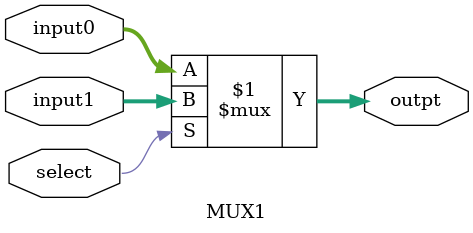
<source format=v>
module MUX1 #(parameter WIDTH = 32) (
    
    input [WIDTH-1:0] input0,    // Entrada 0: Primeira entrada (32 bits por padrão)
    input [WIDTH-1:0] input1,    // Entrada 1: Segunda entrada (32 bits por padrão)
    input select,                // Sinal q decide qual entrada será selecionada
    output [WIDTH-1:0] outpt    // Valor selecionado (32 bits por padrão)

);
   
    assign outpt = select ? input1 : input0;
endmodule
</source>
